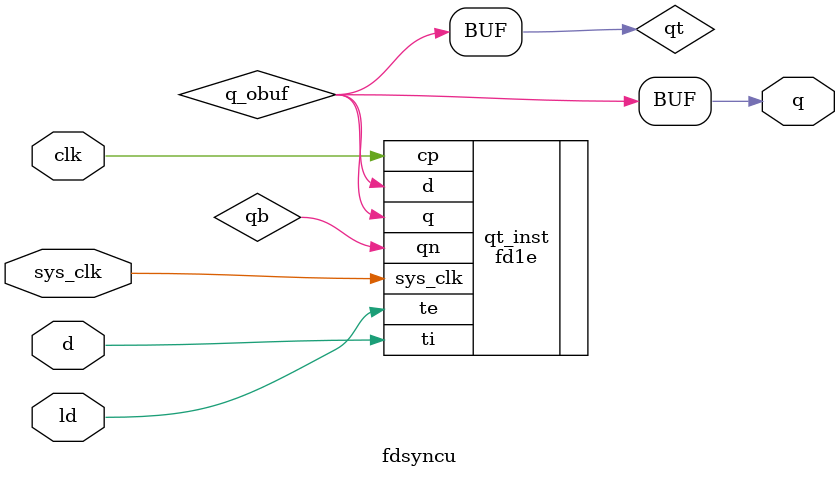
<source format=v>
/* verilator lint_off LITENDIAN */
//`include "defs.v"

module fdsyncu
(
	output q,
	input d,
	input ld,
	input clk,
	input sys_clk // Generated
);
wire qt;
wire qb;

// Output buffers
wire q_obuf;


// Output buffers
assign q = q_obuf;


// DUPLO.NET (301) - qt : fd1e
fd1e qt_inst
(
	.q /* OUT */ (qt),
	.qn /* OUT */ (qb),
	.d /* IN */ (q_obuf),
	.cp /* IN */ (clk),
	.ti /* IN */ (d),
	.te /* IN */ (ld),
	.sys_clk(sys_clk) // Generated
);

// DUPLO.NET (302) - dummy : dummy

// DUPLO.NET (303) - q : nivu
assign q_obuf = qt;
endmodule
/* verilator lint_on LITENDIAN */

</source>
